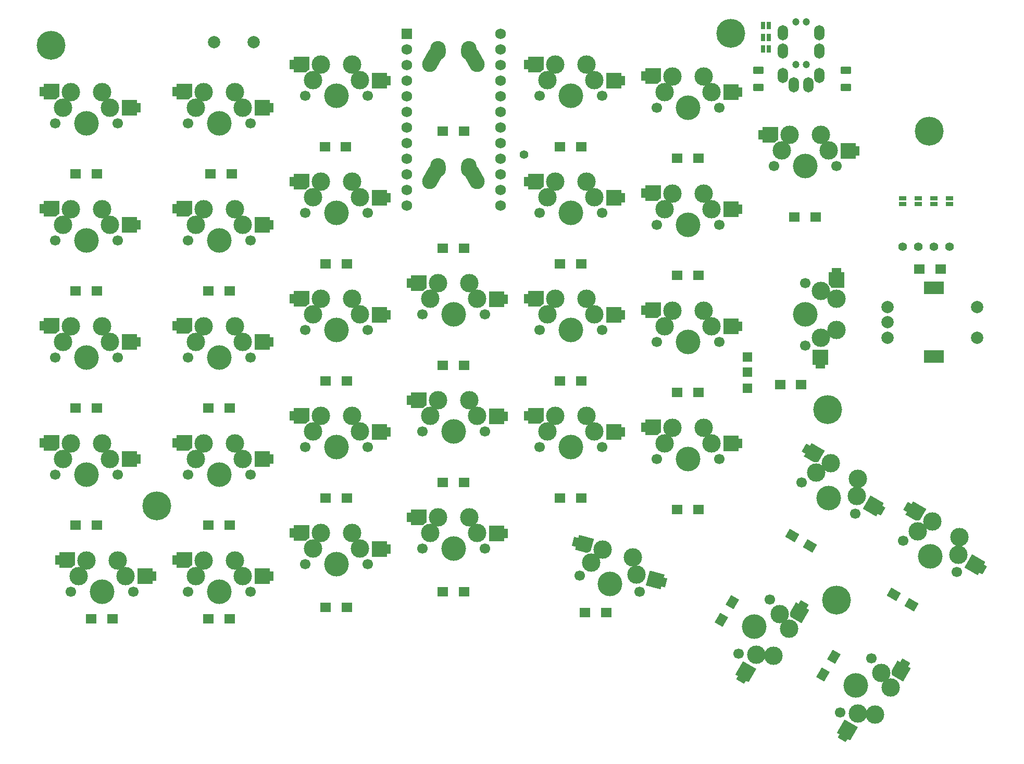
<source format=gts>
G04 #@! TF.GenerationSoftware,KiCad,Pcbnew,(6.0.10)*
G04 #@! TF.CreationDate,2023-01-27T21:23:08+07:00*
G04 #@! TF.ProjectId,redox_rev1,7265646f-785f-4726-9576-312e6b696361,1.0*
G04 #@! TF.SameCoordinates,Original*
G04 #@! TF.FileFunction,Soldermask,Top*
G04 #@! TF.FilePolarity,Negative*
%FSLAX46Y46*%
G04 Gerber Fmt 4.6, Leading zero omitted, Abs format (unit mm)*
G04 Created by KiCad (PCBNEW (6.0.10)) date 2023-01-27 21:23:08*
%MOMM*%
%LPD*%
G01*
G04 APERTURE LIST*
G04 Aperture macros list*
%AMRoundRect*
0 Rectangle with rounded corners*
0 $1 Rounding radius*
0 $2 $3 $4 $5 $6 $7 $8 $9 X,Y pos of 4 corners*
0 Add a 4 corners polygon primitive as box body*
4,1,4,$2,$3,$4,$5,$6,$7,$8,$9,$2,$3,0*
0 Add four circle primitives for the rounded corners*
1,1,$1+$1,$2,$3*
1,1,$1+$1,$4,$5*
1,1,$1+$1,$6,$7*
1,1,$1+$1,$8,$9*
0 Add four rect primitives between the rounded corners*
20,1,$1+$1,$2,$3,$4,$5,0*
20,1,$1+$1,$4,$5,$6,$7,0*
20,1,$1+$1,$6,$7,$8,$9,0*
20,1,$1+$1,$8,$9,$2,$3,0*%
%AMHorizOval*
0 Thick line with rounded ends*
0 $1 width*
0 $2 $3 position (X,Y) of the first rounded end (center of the circle)*
0 $4 $5 position (X,Y) of the second rounded end (center of the circle)*
0 Add line between two ends*
20,1,$1,$2,$3,$4,$5,0*
0 Add two circle primitives to create the rounded ends*
1,1,$1,$2,$3*
1,1,$1,$4,$5*%
%AMRotRect*
0 Rectangle, with rotation*
0 The origin of the aperture is its center*
0 $1 length*
0 $2 width*
0 $3 Rotation angle, in degrees counterclockwise*
0 Add horizontal line*
21,1,$1,$2,0,0,$3*%
%AMFreePoly0*
4,1,17,2.735355,1.235355,2.750000,1.200000,2.750000,-1.200000,2.735355,-1.235355,2.700000,-1.250000,0.300000,-1.250000,0.264645,-1.235355,0.250000,-1.200000,0.250000,-0.750000,-0.350000,-0.750000,-0.350000,0.750000,0.250000,0.750000,0.250000,1.200000,0.264645,1.235355,0.300000,1.250000,2.700000,1.250000,2.735355,1.235355,2.735355,1.235355,$1*%
%AMFreePoly1*
4,1,24,-0.364645,1.235355,-0.350000,1.200000,-0.350000,0.750000,0.350000,0.750000,0.350000,-0.750000,-0.350000,-0.750000,-0.350000,-1.200000,-0.364645,-1.235355,-0.400000,-1.250000,-2.800000,-1.250000,-2.835355,-1.235355,-2.850000,-1.200000,-2.850000,0.800000,-2.848878,0.802708,-2.849694,0.805522,-2.841697,0.820044,-2.835355,0.835355,-2.832649,0.836476,-2.831235,0.839043,-2.331235,1.239043,
-2.315318,1.243655,-2.300000,1.250000,-0.400000,1.250000,-0.364645,1.235355,-0.364645,1.235355,$1*%
G04 Aperture macros list end*
%ADD10R,1.800000X1.500000*%
%ADD11C,1.200000*%
%ADD12O,1.700000X2.500000*%
%ADD13R,0.635000X1.143000*%
%ADD14C,4.700000*%
%ADD15R,1.143000X0.635000*%
%ADD16RotRect,1.800000X1.500000X240.000000*%
%ADD17R,1.752600X1.752600*%
%ADD18C,1.752600*%
%ADD19RotRect,1.800000X1.500000X330.000000*%
%ADD20C,1.397000*%
%ADD21C,2.000000*%
%ADD22RoundRect,0.250000X-0.625000X0.375000X-0.625000X-0.375000X0.625000X-0.375000X0.625000X0.375000X0*%
%ADD23R,1.524000X1.524000*%
%ADD24R,3.200000X2.000000*%
%ADD25C,3.000000*%
%ADD26C,1.700000*%
%ADD27C,4.000000*%
%ADD28FreePoly0,180.000000*%
%ADD29FreePoly1,180.000000*%
%ADD30FreePoly0,60.000000*%
%ADD31FreePoly1,60.000000*%
%ADD32HorizOval,2.500000X0.019724X0.289328X-0.019724X-0.289328X0*%
%ADD33HorizOval,2.500000X-0.405453X0.729954X0.405453X-0.729954X0*%
%ADD34HorizOval,2.500000X-0.019724X0.289328X0.019724X-0.289328X0*%
%ADD35HorizOval,2.500000X0.405453X0.729954X-0.405453X-0.729954X0*%
%ADD36FreePoly0,150.000000*%
%ADD37FreePoly1,150.000000*%
%ADD38FreePoly0,90.000000*%
%ADD39FreePoly1,90.000000*%
%ADD40FreePoly0,165.000000*%
%ADD41FreePoly1,165.000000*%
G04 APERTURE END LIST*
D10*
X187530000Y-110490000D03*
X190930000Y-110490000D03*
X168480000Y-89535000D03*
X171880000Y-89535000D03*
X89740000Y-113030000D03*
X93140000Y-113030000D03*
D11*
X206770000Y-57165000D03*
X208520000Y-50165000D03*
X206770000Y-50165000D03*
X208520000Y-57165000D03*
D12*
X210620000Y-58965000D03*
X204670000Y-58965000D03*
X204670000Y-54965000D03*
X210620000Y-54965000D03*
X210620000Y-51965000D03*
X204670000Y-51965000D03*
X208870000Y-60465000D03*
X206420000Y-60465000D03*
D10*
X89740000Y-132080000D03*
X93140000Y-132080000D03*
D13*
X201429620Y-54610000D03*
X202430380Y-54610000D03*
D10*
X89740000Y-74930000D03*
X93140000Y-74930000D03*
X172544000Y-146304000D03*
X175944000Y-146304000D03*
X111330000Y-93980000D03*
X114730000Y-93980000D03*
D14*
X213385400Y-144272000D03*
X211963000Y-113284000D03*
D10*
X130280000Y-70485000D03*
X133680000Y-70485000D03*
X111330000Y-113030000D03*
X114730000Y-113030000D03*
X111330000Y-147320000D03*
X114730000Y-147320000D03*
X89740000Y-93980000D03*
X93140000Y-93980000D03*
D15*
X231775000Y-78874620D03*
X231775000Y-79875380D03*
D10*
X168480000Y-108585000D03*
X171880000Y-108585000D03*
X204245000Y-109220000D03*
X207645000Y-109220000D03*
X187530000Y-91440000D03*
X190930000Y-91440000D03*
X187530000Y-72390000D03*
X190930000Y-72390000D03*
X149430000Y-106045000D03*
X152830000Y-106045000D03*
X149430000Y-86995000D03*
X152830000Y-86995000D03*
X92280000Y-147320000D03*
X95680000Y-147320000D03*
D14*
X228473000Y-67945000D03*
D16*
X196430000Y-144577757D03*
X194730000Y-147522243D03*
D13*
X202430380Y-52705000D03*
X201429620Y-52705000D03*
D17*
X143510000Y-52120000D03*
D18*
X143510000Y-54660000D03*
X143510000Y-57200000D03*
X143510000Y-59740000D03*
X143510000Y-62280000D03*
X143510000Y-64820000D03*
X143510000Y-67360000D03*
X143510000Y-69900000D03*
X143510000Y-72440000D03*
X143510000Y-74980000D03*
X143510000Y-77520000D03*
X143510000Y-80060000D03*
X158750000Y-80060000D03*
X158750000Y-77520000D03*
X158750000Y-74980000D03*
X158750000Y-72440000D03*
X158750000Y-69900000D03*
X158750000Y-67360000D03*
X158750000Y-64820000D03*
X158750000Y-62280000D03*
X158750000Y-59740000D03*
X158750000Y-57200000D03*
X158750000Y-54660000D03*
X158750000Y-52120000D03*
D10*
X226900000Y-90424000D03*
X230300000Y-90424000D03*
X206580000Y-81915000D03*
X209980000Y-81915000D03*
X130380000Y-127635000D03*
X133780000Y-127635000D03*
D16*
X212940000Y-153467757D03*
X211240000Y-156412243D03*
D10*
X168480000Y-70485000D03*
X171880000Y-70485000D03*
D14*
X85699600Y-53975000D03*
D19*
X222682757Y-143295000D03*
X225627243Y-144995000D03*
D15*
X226695000Y-78874620D03*
X226695000Y-79875380D03*
D10*
X187530000Y-129540000D03*
X190930000Y-129540000D03*
D20*
X224155000Y-86741000D03*
X226695000Y-86741000D03*
X229235000Y-86741000D03*
X231775000Y-86741000D03*
D19*
X206172757Y-133770000D03*
X209117243Y-135470000D03*
D10*
X130380000Y-145415000D03*
X133780000Y-145415000D03*
X130380000Y-108585000D03*
X133780000Y-108585000D03*
X149430000Y-142890000D03*
X152830000Y-142890000D03*
X130380000Y-89535000D03*
X133780000Y-89535000D03*
X168480000Y-127635000D03*
X171880000Y-127635000D03*
D21*
X118693000Y-53467000D03*
X112193000Y-53467000D03*
D22*
X214884000Y-58036000D03*
X214884000Y-60836000D03*
D14*
X102870000Y-128905000D03*
D10*
X149430000Y-67945000D03*
X152830000Y-67945000D03*
D23*
X198882000Y-104688000D03*
X198882000Y-107188000D03*
X198882000Y-109788000D03*
D14*
X196215000Y-52044600D03*
D22*
X200660000Y-58036000D03*
X200660000Y-60836000D03*
D10*
X111662000Y-74930000D03*
X115062000Y-74930000D03*
D15*
X224155000Y-78874620D03*
X224155000Y-79875380D03*
D21*
X221735000Y-96560000D03*
X221735000Y-101560000D03*
X221735000Y-99060000D03*
D24*
X229235000Y-93460000D03*
X229235000Y-104660000D03*
D21*
X236235000Y-101560000D03*
X236235000Y-96560000D03*
D20*
X162560000Y-71755000D03*
D15*
X229235000Y-78874620D03*
X229235000Y-79875380D03*
D10*
X111330000Y-132080000D03*
X114730000Y-132080000D03*
D13*
X201429620Y-50800000D03*
X202430380Y-50800000D03*
D10*
X149430000Y-125095000D03*
X152830000Y-125095000D03*
D25*
X87630000Y-83185000D03*
D26*
X96520000Y-85725000D03*
D25*
X93980000Y-80645000D03*
X88900000Y-80645000D03*
D26*
X86360000Y-85725000D03*
D25*
X95250000Y-83184999D03*
D27*
X91440000Y-85725000D03*
D28*
X99940000Y-83225000D03*
D29*
X84240000Y-80625000D03*
D26*
X107950000Y-123825000D03*
D25*
X109220000Y-121285000D03*
X116840000Y-121284999D03*
D27*
X113030000Y-123825000D03*
D25*
X110490000Y-118745000D03*
D26*
X118110000Y-123825000D03*
D25*
X115570000Y-118745000D03*
D28*
X121530000Y-121325000D03*
D29*
X105830000Y-118725000D03*
D25*
X153670000Y-92710000D03*
X148590000Y-92710000D03*
D26*
X156210000Y-97790000D03*
D25*
X154940000Y-95249999D03*
X147320000Y-95250000D03*
D26*
X146050000Y-97790000D03*
D27*
X151130000Y-97790000D03*
D28*
X159630000Y-95290000D03*
D29*
X143930000Y-92690000D03*
D25*
X110490000Y-80645000D03*
X109220000Y-83185000D03*
D26*
X107950000Y-85725000D03*
D25*
X115570000Y-80645000D03*
D26*
X118110000Y-85725000D03*
D27*
X113030000Y-85725000D03*
D25*
X116840000Y-83184999D03*
D28*
X121530000Y-83225000D03*
D29*
X105830000Y-80625000D03*
D27*
X170180000Y-62230000D03*
D26*
X175260000Y-62230000D03*
D25*
X166370000Y-59690000D03*
X173990000Y-59689999D03*
X167640000Y-57150000D03*
X172720000Y-57150000D03*
D26*
X165100000Y-62230000D03*
D28*
X178680000Y-59730000D03*
D29*
X162980000Y-57130000D03*
D25*
X115570000Y-61595000D03*
X116840000Y-64134999D03*
D26*
X107950000Y-66675000D03*
D25*
X110490000Y-61595000D03*
X109220000Y-64135000D03*
D27*
X113030000Y-66675000D03*
D26*
X118110000Y-66675000D03*
D28*
X121530000Y-64175000D03*
D29*
X105830000Y-61575000D03*
D25*
X203154409Y-153329705D03*
D26*
X197485000Y-152989409D03*
D27*
X200025000Y-148590000D03*
D25*
X205694409Y-148930295D03*
X204129705Y-146560443D03*
D26*
X202565000Y-144190591D03*
D25*
X200319705Y-153159557D03*
D30*
X197940064Y-157201216D03*
D31*
X208041730Y-144904617D03*
D26*
X118110000Y-142875000D03*
D25*
X109220000Y-140335000D03*
X110490000Y-137795000D03*
X115570000Y-137795000D03*
D26*
X107950000Y-142875000D03*
D27*
X113030000Y-142875000D03*
D25*
X116840000Y-140334999D03*
D28*
X121530000Y-140375000D03*
D29*
X105830000Y-137775000D03*
D27*
X151130000Y-116840000D03*
D26*
X156210000Y-116840000D03*
D25*
X148590000Y-111760000D03*
D26*
X146050000Y-116840000D03*
D25*
X147320000Y-114300000D03*
X153670000Y-111760000D03*
X154940000Y-114299999D03*
D28*
X159630000Y-114340000D03*
D29*
X143930000Y-111740000D03*
D26*
X156210000Y-135890000D03*
D25*
X148590000Y-130810000D03*
X154940000Y-133349999D03*
X147320000Y-133350000D03*
D27*
X151130000Y-135890000D03*
D25*
X153670000Y-130810000D03*
D26*
X146050000Y-135890000D03*
D28*
X159630000Y-133390000D03*
D29*
X143930000Y-130790000D03*
D25*
X193040000Y-80644999D03*
D26*
X184150000Y-83185000D03*
D25*
X185420000Y-80645000D03*
X191770000Y-78105000D03*
X186690000Y-78105000D03*
D27*
X189230000Y-83185000D03*
D26*
X194310000Y-83185000D03*
D28*
X197730000Y-80685000D03*
D29*
X182030000Y-78085000D03*
D32*
X153650000Y-73950000D03*
D33*
X154535000Y-75470000D03*
D34*
X148610000Y-73950000D03*
D35*
X147725000Y-75470000D03*
D27*
X91440000Y-123825000D03*
D26*
X96520000Y-123825000D03*
X86360000Y-123825000D03*
D25*
X93980000Y-118745000D03*
X88900000Y-118745000D03*
X87630000Y-121285000D03*
X95250000Y-121284999D03*
D28*
X99940000Y-121325000D03*
D29*
X84240000Y-118725000D03*
D25*
X134620000Y-76200000D03*
D27*
X132080000Y-81280000D03*
D26*
X137160000Y-81280000D03*
D25*
X135890000Y-78739999D03*
X128270000Y-78740000D03*
X129540000Y-76200000D03*
D26*
X127000000Y-81280000D03*
D28*
X140580000Y-78780000D03*
D29*
X124880000Y-76180000D03*
D26*
X194310000Y-64135000D03*
D25*
X185420000Y-61595000D03*
X186690000Y-59055000D03*
D27*
X189230000Y-64135000D03*
D26*
X184150000Y-64135000D03*
D25*
X191770000Y-59055000D03*
X193040000Y-61594999D03*
D28*
X197730000Y-61635000D03*
D29*
X182030000Y-59035000D03*
D26*
X184150000Y-121285000D03*
X194310000Y-121285000D03*
D25*
X191770000Y-116205000D03*
X185420000Y-118745000D03*
X186690000Y-116205000D03*
X193040000Y-118744999D03*
D27*
X189230000Y-121285000D03*
D28*
X197730000Y-118785000D03*
D29*
X182030000Y-116185000D03*
D26*
X224200591Y-134620000D03*
D27*
X228600000Y-137160000D03*
D25*
X226570443Y-133055295D03*
X228940295Y-131490591D03*
D26*
X232999409Y-139700000D03*
D25*
X233339705Y-134030591D03*
X233169557Y-136865295D03*
D36*
X237211216Y-139244936D03*
D37*
X224914617Y-129143270D03*
D25*
X216829705Y-124505591D03*
D26*
X216489409Y-130175000D03*
X207690591Y-125095000D03*
D25*
X210060443Y-123530295D03*
X212430295Y-121965591D03*
D27*
X212090000Y-127635000D03*
D25*
X216659557Y-127340295D03*
D36*
X220701216Y-129719936D03*
D37*
X208404617Y-119618270D03*
D25*
X173990000Y-97789999D03*
X167640000Y-95250000D03*
D26*
X165100000Y-100330000D03*
D25*
X166370000Y-97790000D03*
D26*
X175260000Y-100330000D03*
D25*
X172720000Y-95250000D03*
D27*
X170180000Y-100330000D03*
D28*
X178680000Y-97830000D03*
D29*
X162980000Y-95230000D03*
D25*
X88900000Y-61595000D03*
X93980000Y-61595000D03*
D26*
X86360000Y-66675000D03*
D25*
X95250000Y-64134999D03*
X87630000Y-64135000D03*
D27*
X91440000Y-66675000D03*
D26*
X96520000Y-66675000D03*
D28*
X99940000Y-64175000D03*
D29*
X84240000Y-61575000D03*
D26*
X137160000Y-62230000D03*
D27*
X132080000Y-62230000D03*
D25*
X129540000Y-57150000D03*
X134620000Y-57150000D03*
D26*
X127000000Y-62230000D03*
D25*
X135890000Y-59689999D03*
X128270000Y-59690000D03*
D28*
X140580000Y-59730000D03*
D29*
X124880000Y-57130000D03*
D32*
X153650000Y-54900000D03*
D33*
X154535000Y-56420000D03*
D34*
X148610000Y-54900000D03*
D35*
X147725000Y-56420000D03*
D25*
X193040000Y-99694999D03*
X191770000Y-97155000D03*
X186690000Y-97155000D03*
D27*
X189230000Y-102235000D03*
D26*
X194310000Y-102235000D03*
X184150000Y-102235000D03*
D25*
X185420000Y-99695000D03*
D28*
X197730000Y-99735000D03*
D29*
X182030000Y-97135000D03*
D25*
X167640000Y-76200000D03*
X166370000Y-78740000D03*
D27*
X170180000Y-81280000D03*
D25*
X173990000Y-78739999D03*
D26*
X175260000Y-81280000D03*
D25*
X172720000Y-76200000D03*
D26*
X165100000Y-81280000D03*
D28*
X178680000Y-78780000D03*
D29*
X162980000Y-76180000D03*
D25*
X166370000Y-116840000D03*
X172720000Y-114300000D03*
D27*
X170180000Y-119380000D03*
D26*
X165100000Y-119380000D03*
D25*
X167640000Y-114300000D03*
X173990000Y-116839999D03*
D26*
X175260000Y-119380000D03*
D28*
X178680000Y-116880000D03*
D29*
X162980000Y-114280000D03*
D25*
X115570000Y-99695000D03*
X110490000Y-99695000D03*
X116840000Y-102234999D03*
D26*
X118110000Y-104775000D03*
D25*
X109220000Y-102235000D03*
D26*
X107950000Y-104775000D03*
D27*
X113030000Y-104775000D03*
D28*
X121530000Y-102275000D03*
D29*
X105830000Y-99675000D03*
D27*
X132080000Y-119380000D03*
D26*
X127000000Y-119380000D03*
D25*
X129540000Y-114300000D03*
D26*
X137160000Y-119380000D03*
D25*
X135890000Y-116839999D03*
X128270000Y-116840000D03*
X134620000Y-114300000D03*
D28*
X140580000Y-116880000D03*
D29*
X124880000Y-114280000D03*
D27*
X208280000Y-97790000D03*
D26*
X208280000Y-92710000D03*
D25*
X213360000Y-100330000D03*
D26*
X208280000Y-102870000D03*
D25*
X210820001Y-101600000D03*
X210820000Y-93980000D03*
X213360000Y-95250000D03*
D38*
X210780000Y-106290000D03*
D39*
X213380000Y-90590000D03*
D25*
X210820000Y-68580000D03*
X212090000Y-71119999D03*
D27*
X208280000Y-73660000D03*
D26*
X203200000Y-73660000D03*
X213360000Y-73660000D03*
D25*
X205740000Y-68580000D03*
X204470000Y-71120000D03*
D28*
X216780000Y-71160000D03*
D29*
X201080000Y-68560000D03*
D26*
X137160000Y-138430000D03*
X127000000Y-138430000D03*
D25*
X135890000Y-135889999D03*
D27*
X132080000Y-138430000D03*
D25*
X134620000Y-133350000D03*
X128270000Y-135890000D03*
X129540000Y-133350000D03*
D28*
X140580000Y-135930000D03*
D29*
X124880000Y-133330000D03*
D27*
X93980000Y-142875000D03*
D25*
X91440000Y-137795000D03*
D26*
X88900000Y-142875000D03*
D25*
X97790000Y-140334999D03*
D26*
X99060000Y-142875000D03*
D25*
X90170000Y-140335000D03*
X96520000Y-137795000D03*
D28*
X102480000Y-140375000D03*
D29*
X86780000Y-137775000D03*
D27*
X91440000Y-104775000D03*
D25*
X88900000Y-99695000D03*
X95250000Y-102234999D03*
D26*
X86360000Y-104775000D03*
X96520000Y-104775000D03*
D25*
X87630000Y-102235000D03*
X93980000Y-99695000D03*
D28*
X99940000Y-102275000D03*
D29*
X84240000Y-99675000D03*
D25*
X175391349Y-136040696D03*
X180867578Y-140137648D03*
D26*
X171623097Y-140290199D03*
D27*
X176530000Y-141605000D03*
D25*
X173507223Y-138165448D03*
X180298252Y-137355497D03*
D26*
X181436903Y-142919801D03*
D40*
X185387417Y-141390147D03*
D41*
X170895311Y-134815281D03*
D25*
X216829705Y-162684557D03*
X219664409Y-162854705D03*
D26*
X213995000Y-162514409D03*
D25*
X222204409Y-158455295D03*
D26*
X219075000Y-153715591D03*
D27*
X216535000Y-158115000D03*
D25*
X220639705Y-156085443D03*
D30*
X214450064Y-166726216D03*
D31*
X224551730Y-154429617D03*
D25*
X134620000Y-95250000D03*
D26*
X137160000Y-100330000D03*
D25*
X129540000Y-95250000D03*
X128270000Y-97790000D03*
D27*
X132080000Y-100330000D03*
D26*
X127000000Y-100330000D03*
D25*
X135890000Y-97789999D03*
D28*
X140580000Y-97830000D03*
D29*
X124880000Y-95230000D03*
M02*

</source>
